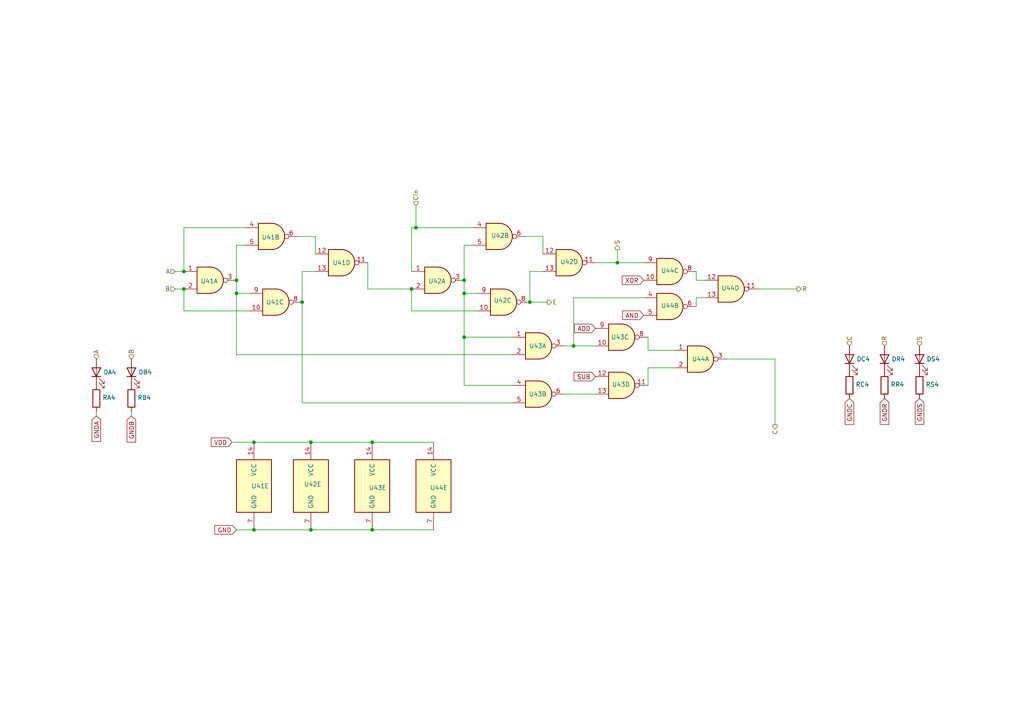
<source format=kicad_sch>
(kicad_sch (version 20250114) (generator "eeschema") (generator_version "9.0")
  (paper "A4")
  (lib_symbols
    (symbol "74xx:7400" (pin_names (offset 1.016))
      (property "Reference" "U" (at 0 1.27 0))
      (property "Value" "7400" (at 0 -1.27 0))
      (symbol "7400_1_1"
        (arc (start 0 3.81) (mid 3.7934 0) (end 0 -3.81) (stroke (width 0.254)) (fill (type background)))
        (polyline (pts (xy 0 3.81) (xy -3.81 3.81) (xy -3.81 -3.81) (xy 0 -3.81)) (stroke (width 0.254)) (fill (type background)))
        (pin input line (at -7.62 2.54 0) (length 3.81) (name "~") (number "1"))
        (pin input line (at -7.62 -2.54 0) (length 3.81) (name "~") (number "2"))
        (pin output inverted (at 7.62 0 180) (length 3.81) (name "~") (number "3"))
      )
      (symbol "7400_1_2"
        (arc (start -3.81 3.81) (mid -2.589 0) (end -3.81 -3.81) (stroke (width 0.254)))
        (polyline (pts (xy -3.81 3.81) (xy -0.635 3.81)) (stroke (width 0.254)) (fill (type background)))
        (polyline (pts (xy -3.81 -3.81) (xy -0.635 -3.81)) (stroke (width 0.254)) (fill (type background)))
        (arc (start 3.81 0) (mid 2.1855 -2.584) (end -0.6096 -3.81) (stroke (width 0.254)) (fill (type background)))
        (arc (start -0.6096 3.81) (mid 2.1928 2.5924) (end 3.81 0) (stroke (width 0.254)) (fill (type background)))
        (polyline (pts (xy -0.635 3.81) (xy -3.81 3.81) (xy -3.81 3.81) (xy -3.556 3.4036) (xy -3.0226 2.2606) (xy -2.6924 1.0414) (xy -2.6162 -0.254) (xy -2.7686 -1.4986) (xy -3.175 -2.7178) (xy -3.81 -3.81) (xy -3.81 -3.81) (xy -0.635 -3.81)) (stroke (width -25.4)) (fill (type background)))
        (pin input inverted (at -7.62 2.54 0) (length 4.318) (name "~") (number "1"))
        (pin input inverted (at -7.62 -2.54 0) (length 4.318) (name "~") (number "2"))
        (pin output line (at 7.62 0 180) (length 3.81) (name "~") (number "3"))
      )
      (symbol "7400_2_1"
        (arc (start 0 3.81) (mid 3.7934 0) (end 0 -3.81) (stroke (width 0.254)) (fill (type background)))
        (polyline (pts (xy 0 3.81) (xy -3.81 3.81) (xy -3.81 -3.81) (xy 0 -3.81)) (stroke (width 0.254)) (fill (type background)))
        (pin input line (at -7.62 2.54 0) (length 3.81) (name "~") (number "4"))
        (pin input line (at -7.62 -2.54 0) (length 3.81) (name "~") (number "5"))
        (pin output inverted (at 7.62 0 180) (length 3.81) (name "~") (number "6"))
      )
      (symbol "7400_2_2"
        (arc (start -3.81 3.81) (mid -2.589 0) (end -3.81 -3.81) (stroke (width 0.254)))
        (polyline (pts (xy -3.81 3.81) (xy -0.635 3.81)) (stroke (width 0.254)) (fill (type background)))
        (polyline (pts (xy -3.81 -3.81) (xy -0.635 -3.81)) (stroke (width 0.254)) (fill (type background)))
        (arc (start 3.81 0) (mid 2.1855 -2.584) (end -0.6096 -3.81) (stroke (width 0.254)) (fill (type background)))
        (arc (start -0.6096 3.81) (mid 2.1928 2.5924) (end 3.81 0) (stroke (width 0.254)) (fill (type background)))
        (polyline (pts (xy -0.635 3.81) (xy -3.81 3.81) (xy -3.81 3.81) (xy -3.556 3.4036) (xy -3.0226 2.2606) (xy -2.6924 1.0414) (xy -2.6162 -0.254) (xy -2.7686 -1.4986) (xy -3.175 -2.7178) (xy -3.81 -3.81) (xy -3.81 -3.81) (xy -0.635 -3.81)) (stroke (width -25.4)) (fill (type background)))
        (pin input inverted (at -7.62 2.54 0) (length 4.318) (name "~") (number "4"))
        (pin input inverted (at -7.62 -2.54 0) (length 4.318) (name "~") (number "5"))
        (pin output line (at 7.62 0 180) (length 3.81) (name "~") (number "6"))
      )
      (symbol "7400_3_1"
        (arc (start 0 3.81) (mid 3.7934 0) (end 0 -3.81) (stroke (width 0.254)) (fill (type background)))
        (polyline (pts (xy 0 3.81) (xy -3.81 3.81) (xy -3.81 -3.81) (xy 0 -3.81)) (stroke (width 0.254)) (fill (type background)))
        (pin input line (at -7.62 2.54 0) (length 3.81) (name "~") (number "9"))
        (pin input line (at -7.62 -2.54 0) (length 3.81) (name "~") (number "10"))
        (pin output inverted (at 7.62 0 180) (length 3.81) (name "~") (number "8"))
      )
      (symbol "7400_3_2"
        (arc (start -3.81 3.81) (mid -2.589 0) (end -3.81 -3.81) (stroke (width 0.254)))
        (polyline (pts (xy -3.81 3.81) (xy -0.635 3.81)) (stroke (width 0.254)) (fill (type background)))
        (polyline (pts (xy -3.81 -3.81) (xy -0.635 -3.81)) (stroke (width 0.254)) (fill (type background)))
        (arc (start 3.81 0) (mid 2.1855 -2.584) (end -0.6096 -3.81) (stroke (width 0.254)) (fill (type background)))
        (arc (start -0.6096 3.81) (mid 2.1928 2.5924) (end 3.81 0) (stroke (width 0.254)) (fill (type background)))
        (polyline (pts (xy -0.635 3.81) (xy -3.81 3.81) (xy -3.81 3.81) (xy -3.556 3.4036) (xy -3.0226 2.2606) (xy -2.6924 1.0414) (xy -2.6162 -0.254) (xy -2.7686 -1.4986) (xy -3.175 -2.7178) (xy -3.81 -3.81) (xy -3.81 -3.81) (xy -0.635 -3.81)) (stroke (width -25.4)) (fill (type background)))
        (pin input inverted (at -7.62 2.54 0) (length 4.318) (name "~") (number "9"))
        (pin input inverted (at -7.62 -2.54 0) (length 4.318) (name "~") (number "10"))
        (pin output line (at 7.62 0 180) (length 3.81) (name "~") (number "8"))
      )
      (symbol "7400_4_1"
        (arc (start 0 3.81) (mid 3.7934 0) (end 0 -3.81) (stroke (width 0.254)) (fill (type background)))
        (polyline (pts (xy 0 3.81) (xy -3.81 3.81) (xy -3.81 -3.81) (xy 0 -3.81)) (stroke (width 0.254)) (fill (type background)))
        (pin input line (at -7.62 2.54 0) (length 3.81) (name "~") (number "12"))
        (pin input line (at -7.62 -2.54 0) (length 3.81) (name "~") (number "13"))
        (pin output inverted (at 7.62 0 180) (length 3.81) (name "~") (number "11"))
      )
      (symbol "7400_4_2"
        (arc (start -3.81 3.81) (mid -2.589 0) (end -3.81 -3.81) (stroke (width 0.254)))
        (polyline (pts (xy -3.81 3.81) (xy -0.635 3.81)) (stroke (width 0.254)) (fill (type background)))
        (polyline (pts (xy -3.81 -3.81) (xy -0.635 -3.81)) (stroke (width 0.254)) (fill (type background)))
        (arc (start 3.81 0) (mid 2.1855 -2.584) (end -0.6096 -3.81) (stroke (width 0.254)) (fill (type background)))
        (arc (start -0.6096 3.81) (mid 2.1928 2.5924) (end 3.81 0) (stroke (width 0.254)) (fill (type background)))
        (polyline (pts (xy -0.635 3.81) (xy -3.81 3.81) (xy -3.81 3.81) (xy -3.556 3.4036) (xy -3.0226 2.2606) (xy -2.6924 1.0414) (xy -2.6162 -0.254) (xy -2.7686 -1.4986) (xy -3.175 -2.7178) (xy -3.81 -3.81) (xy -3.81 -3.81) (xy -0.635 -3.81)) (stroke (width -25.4)) (fill (type background)))
        (pin input inverted (at -7.62 2.54 0) (length 4.318) (name "~") (number "12"))
        (pin input inverted (at -7.62 -2.54 0) (length 4.318) (name "~") (number "13"))
        (pin output line (at 7.62 0 180) (length 3.81) (name "~") (number "11"))
      )
      (symbol "7400_5_0"
        (pin power_in line (at 0 12.7 270) (length 5.08) (name "VCC") (number "14"))
        (pin power_in line (at 0 -12.7 90) (length 5.08) (name "GND") (number "7"))
      )
      (symbol "7400_5_1"
        (rectangle (start -5.08 7.62) (end 5.08 -7.62) (stroke (width 0.254)) (fill (type background)))
      )
    )
    (symbol "Device:LED" (pin_numbers (hide yes)) (pin_names (offset 1.016) (hide yes))
      (property "Reference" "D" (at 0 2.54 0))
      (property "Value" "LED" (at 0 -2.54 0))
      (symbol "LED_0_1"
        (polyline (pts (xy -3.048 -0.762) (xy -4.572 -2.286) (xy -3.81 -2.286) (xy -4.572 -2.286) (xy -4.572 -1.524)))
        (polyline (pts (xy -1.778 -0.762) (xy -3.302 -2.286) (xy -2.54 -2.286) (xy -3.302 -2.286) (xy -3.302 -1.524)))
        (polyline (pts (xy -1.27 0) (xy 1.27 0)))
        (polyline (pts (xy -1.27 -1.27) (xy -1.27 1.27)) (stroke (width 0.254)))
        (polyline (pts (xy 1.27 -1.27) (xy 1.27 1.27) (xy -1.27 0) (xy 1.27 -1.27)) (stroke (width 0.254)))
      )
      (symbol "LED_1_1"
        (pin passive line (at -3.81 0 0) (length 2.54) (name "K") (number "1"))
        (pin passive line (at 3.81 0 180) (length 2.54) (name "A") (number "2"))
      )
    )
    (symbol "Device:R" (pin_numbers (hide yes)) (pin_names (offset 0))
      (property "Reference" "R" (at 2.032 0 90))
      (property "Value" "R" (at 0 0 90))
      (symbol "R_0_1"
        (rectangle (start -1.016 -2.54) (end 1.016 2.54) (stroke (width 0.254)))
      )
      (symbol "R_1_1"
        (pin passive line (at 0 3.81 270) (length 1.27) (name "~") (number "1"))
        (pin passive line (at 0 -3.81 90) (length 1.27) (name "~") (number "2"))
      )
    )
  )
  (junction (at 53.34 78.74))
  (junction (at 119.38 83.82))
  (junction (at 134.62 81.28))
  (junction (at 134.62 97.79))
  (junction (at 134.62 85.09))
  (junction (at 73.66 153.67))
  (junction (at 153.67 87.63))
  (junction (at 90.17 128.27))
  (junction (at 53.34 83.82))
  (junction (at 107.95 128.27))
  (junction (at 68.58 81.28))
  (junction (at 107.95 153.67))
  (junction (at 73.66 128.27))
  (junction (at 87.63 87.63))
  (junction (at 166.37 100.33))
  (junction (at 120.65 66.04))
  (junction (at 179.07 76.2))
  (junction (at 90.17 153.67))
  (junction (at 68.58 85.09))
  (wire (pts (xy 152.4 68.58) (xy 157.48 68.58)))
  (wire (pts (xy 172.72 76.2) (xy 179.07 76.2)))
  (wire (pts (xy 187.96 111.76) (xy 187.96 106.68)))
  (wire (pts (xy 119.38 66.04) (xy 119.38 78.74)))
  (wire (pts (xy 120.65 66.04) (xy 137.16 66.04)))
  (wire (pts (xy 68.58 102.87) (xy 148.59 102.87)))
  (wire (pts (xy 87.63 87.63) (xy 87.63 78.74)))
  (wire (pts (xy 68.58 153.67) (xy 73.66 153.67)))
  (wire (pts (xy 153.67 78.74) (xy 157.48 78.74)))
  (wire (pts (xy 125.73 153.67) (xy 107.95 153.67)))
  (wire (pts (xy 187.96 97.79) (xy 187.96 101.6)))
  (wire (pts (xy 134.62 81.28) (xy 134.62 85.09)))
  (wire (pts (xy 134.62 97.79) (xy 134.62 85.09)))
  (wire (pts (xy 53.34 83.82) (xy 53.34 90.17)))
  (wire (pts (xy 224.79 123.19) (xy 224.79 104.14)))
  (wire (pts (xy 68.58 81.28) (xy 68.58 85.09)))
  (wire (pts (xy 166.37 86.36) (xy 166.37 100.33)))
  (wire (pts (xy 106.68 83.82) (xy 119.38 83.82)))
  (wire (pts (xy 179.07 72.39) (xy 179.07 76.2)))
  (wire (pts (xy 87.63 87.63) (xy 87.63 116.84)))
  (wire (pts (xy 87.63 78.74) (xy 91.44 78.74)))
  (wire (pts (xy 134.62 111.76) (xy 148.59 111.76)))
  (wire (pts (xy 106.68 76.2) (xy 106.68 83.82)))
  (wire (pts (xy 187.96 101.6) (xy 195.58 101.6)))
  (wire (pts (xy 148.59 97.79) (xy 134.62 97.79)))
  (wire (pts (xy 67.31 128.27) (xy 73.66 128.27)))
  (wire (pts (xy 73.66 153.67) (xy 90.17 153.67)))
  (wire (pts (xy 107.95 128.27) (xy 125.73 128.27)))
  (wire (pts (xy 134.62 97.79) (xy 134.62 111.76)))
  (wire (pts (xy 87.63 116.84) (xy 148.59 116.84)))
  (wire (pts (xy 134.62 85.09) (xy 138.43 85.09)))
  (wire (pts (xy 120.65 59.69) (xy 120.65 66.04)))
  (wire (pts (xy 158.75 87.63) (xy 153.67 87.63)))
  (wire (pts (xy 68.58 71.12) (xy 71.12 71.12)))
  (wire (pts (xy 201.93 78.74) (xy 201.93 81.28)))
  (wire (pts (xy 231.14 83.82) (xy 219.71 83.82)))
  (wire (pts (xy 153.67 78.74) (xy 153.67 87.63)))
  (wire (pts (xy 68.58 85.09) (xy 68.58 102.87)))
  (wire (pts (xy 120.65 66.04) (xy 119.38 66.04)))
  (wire (pts (xy 91.44 68.58) (xy 91.44 73.66)))
  (wire (pts (xy 179.07 76.2) (xy 186.69 76.2)))
  (wire (pts (xy 166.37 100.33) (xy 172.72 100.33)))
  (wire (pts (xy 187.96 106.68) (xy 195.58 106.68)))
  (wire (pts (xy 163.83 100.33) (xy 166.37 100.33)))
  (wire (pts (xy 50.8 78.74) (xy 53.34 78.74)))
  (wire (pts (xy 119.38 83.82) (xy 119.38 90.17)))
  (wire (pts (xy 224.79 104.14) (xy 210.82 104.14)))
  (wire (pts (xy 201.93 88.9) (xy 201.93 86.36)))
  (wire (pts (xy 157.48 68.58) (xy 157.48 73.66)))
  (wire (pts (xy 38.1 119.38) (xy 38.1 120.65)))
  (wire (pts (xy 90.17 128.27) (xy 107.95 128.27)))
  (wire (pts (xy 53.34 66.04) (xy 71.12 66.04)))
  (wire (pts (xy 53.34 78.74) (xy 53.34 66.04)))
  (wire (pts (xy 27.94 120.65) (xy 27.94 119.38)))
  (wire (pts (xy 68.58 85.09) (xy 72.39 85.09)))
  (wire (pts (xy 73.66 128.27) (xy 90.17 128.27)))
  (wire (pts (xy 86.36 68.58) (xy 91.44 68.58)))
  (wire (pts (xy 201.93 86.36) (xy 204.47 86.36)))
  (wire (pts (xy 166.37 86.36) (xy 186.69 86.36)))
  (wire (pts (xy 119.38 90.17) (xy 138.43 90.17)))
  (wire (pts (xy 201.93 81.28) (xy 204.47 81.28)))
  (wire (pts (xy 90.17 153.67) (xy 107.95 153.67)))
  (wire (pts (xy 68.58 81.28) (xy 68.58 71.12)))
  (wire (pts (xy 53.34 90.17) (xy 72.39 90.17)))
  (wire (pts (xy 134.62 81.28) (xy 134.62 71.12)))
  (wire (pts (xy 163.83 114.3) (xy 172.72 114.3)))
  (wire (pts (xy 134.62 71.12) (xy 137.16 71.12)))
  (wire (pts (xy 50.8 83.82) (xy 53.34 83.82)))
  (global_label "GNDB" (shape input) (at 38.1 120.65 270) (property "Intersheetrefs" "${INTERSHEET_REFS}" (effects (hide yes))))
  (global_label "GNDS" (shape input) (at 266.7 115.57 270) (property "Intersheetrefs" "${INTERSHEET_REFS}" (effects (hide yes))))
  (global_label "GND" (shape input) (at 68.58 153.67 180) (property "Intersheetrefs" "${INTERSHEET_REFS}" (effects (hide yes))))
  (global_label "GNDA" (shape input) (at 27.94 120.65 270) (property "Intersheetrefs" "${INTERSHEET_REFS}" (effects (hide yes))))
  (global_label "GNDR" (shape input) (at 256.54 115.57 270) (property "Intersheetrefs" "${INTERSHEET_REFS}" (effects (hide yes))))
  (global_label "ADD" (shape input) (at 172.72 95.25 180) (property "Intersheetrefs" "${INTERSHEET_REFS}" (effects (hide yes))))
  (global_label "AND" (shape input) (at 186.69 91.44 180) (property "Intersheetrefs" "${INTERSHEET_REFS}" (effects (hide yes))))
  (global_label "XOR" (shape input) (at 186.69 81.28 180) (property "Intersheetrefs" "${INTERSHEET_REFS}" (effects (hide yes))))
  (global_label "VDD" (shape input) (at 67.31 128.27 180) (property "Intersheetrefs" "${INTERSHEET_REFS}" (effects (hide yes))))
  (global_label "SUB" (shape input) (at 172.72 109.22 180) (property "Intersheetrefs" "${INTERSHEET_REFS}" (effects (hide yes))))
  (global_label "GNDC" (shape input) (at 246.38 115.57 270) (property "Intersheetrefs" "${INTERSHEET_REFS}" (effects (hide yes))))
  (hierarchical_label "A" (shape input) (at 27.94 104.14 90))
  (hierarchical_label "S" (shape output) (at 179.07 72.39 90))
  (hierarchical_label "R" (shape output) (at 231.14 83.82 0))
  (hierarchical_label "B" (shape input) (at 38.1 104.14 90))
  (hierarchical_label "A" (shape input) (at 50.8 78.74 180))
  (hierarchical_label "E" (shape output) (at 158.75 87.63 0))
  (hierarchical_label "B" (shape input) (at 50.8 83.82 180))
  (hierarchical_label "C" (shape output) (at 224.79 123.19 270))
  (hierarchical_label "C" (shape input) (at 246.38 100.33 90))
  (hierarchical_label "S" (shape input) (at 266.7 100.33 90))
  (hierarchical_label "R" (shape input) (at 256.54 100.33 90))
  (hierarchical_label "Cin" (shape input) (at 120.65 59.69 90))
  (symbol (lib_id "74xx:7400") (at 165.1 76.2 0) (unit 4)
    (property "Reference" "U12" (at 165.1 75.946 0))
    (property "Footprint" "Package_SO:TSSOP-14_4.4x5mm_P0.65mm" (effects (hide yes)))
    (property "Datasheet" "http://www.ti.com/lit/gpn/sn7400" (effects (hide yes)))
    (property "Description" "quad 2-input NAND gate" (effects (hide yes)))
    (property "LCSC" "C5587" (effects (hide yes)))
    (instances (project "ALU" (path "" (reference "U42") (unit 4)) (path "" (reference "U62") (unit 4)) (path "" (reference "U72") (unit 4)) (path "" (reference "U32") (unit 4)) (path "" (reference "U22") (unit 4)) (path "" (reference "U02") (unit 4)) (path "" (reference "U12") (unit 4)) (path "" (reference "U52") (unit 4))))
  )
  (symbol (lib_id "74xx:7400") (at 194.31 78.74 0) (unit 3)
    (property "Reference" "U14" (at 194.31 78.486 0))
    (property "Footprint" "Package_SO:TSSOP-14_4.4x5mm_P0.65mm" (effects (hide yes)))
    (property "Datasheet" "http://www.ti.com/lit/gpn/sn7400" (effects (hide yes)))
    (property "Description" "quad 2-input NAND gate" (effects (hide yes)))
    (property "LCSC" "C5587" (effects (hide yes)))
    (instances (project "ALU" (path "" (reference "U44") (unit 3)) (path "" (reference "U64") (unit 3)) (path "" (reference "U74") (unit 3)) (path "" (reference "U34") (unit 3)) (path "" (reference "U24") (unit 3)) (path "" (reference "U04") (unit 3)) (path "" (reference "U14") (unit 3)) (path "" (reference "U54") (unit 3))))
  )
  (symbol (lib_id "Device:LED") (at 256.54 104.14 90) (unit 1)
    (property "Reference" "DR1" (at 258.572 104.14 90) (effects (justify right)))
    (property "Footprint" "LED_SMD:LED_0402_1005Metric" (effects (hide yes)))
    (property "Description" "Light emitting diode" (effects (hide yes)))
    (property "Sim.Pins" "1=K 2=A" (effects (hide yes)))
    (property "LCSC" "C22355736" (effects (hide yes)))
    (instances (project "ALU" (path "" (reference "DR4") (unit 1)) (path "" (reference "DR6") (unit 1)) (path "" (reference "DR7") (unit 1)) (path "" (reference "DR3") (unit 1)) (path "" (reference "DR2") (unit 1)) (path "" (reference "DR0") (unit 1)) (path "" (reference "DR1") (unit 1)) (path "" (reference "DR5") (unit 1))))
  )
  (symbol (lib_id "Device:LED") (at 27.94 107.95 90) (unit 1)
    (property "Reference" "DA1" (at 29.972 107.95 90) (effects (justify right)))
    (property "Footprint" "LED_SMD:LED_0402_1005Metric" (effects (hide yes)))
    (property "Description" "Light emitting diode" (effects (hide yes)))
    (property "Sim.Pins" "1=K 2=A" (effects (hide yes)))
    (property "LCSC" "C22355736" (effects (hide yes)))
    (instances (project "ALU" (path "" (reference "DA4") (unit 1)) (path "" (reference "DA6") (unit 1)) (path "" (reference "DA7") (unit 1)) (path "" (reference "DA3") (unit 1)) (path "" (reference "DA2") (unit 1)) (path "" (reference "DA0") (unit 1)) (path "" (reference "DA1") (unit 1)) (path "" (reference "DA5") (unit 1))))
  )
  (symbol (lib_id "Device:LED") (at 246.38 104.14 90) (unit 1)
    (property "Reference" "DC1" (at 248.412 104.14 90) (effects (justify right)))
    (property "Footprint" "LED_SMD:LED_0402_1005Metric" (effects (hide yes)))
    (property "Description" "Light emitting diode" (effects (hide yes)))
    (property "Sim.Pins" "1=K 2=A" (effects (hide yes)))
    (property "LCSC" "C22355736" (effects (hide yes)))
    (instances (project "ALU" (path "" (reference "DC4") (unit 1)) (path "" (reference "DC6") (unit 1)) (path "" (reference "DC7") (unit 1)) (path "" (reference "DC3") (unit 1)) (path "" (reference "DC2") (unit 1)) (path "" (reference "DC0") (unit 1)) (path "" (reference "DC1") (unit 1)) (path "" (reference "DC5") (unit 1))))
  )
  (symbol (lib_id "Device:R") (at 246.38 111.76 0) (unit 1)
    (property "Reference" "RC1" (at 248.158 111.506 0) (effects (justify left)))
    (property "Value" "330" (effects (hide yes)))
    (property "Footprint" "Resistor_SMD:R_0402_1005Metric" (effects (hide yes)))
    (property "Description" "Resistor" (effects (hide yes)))
    (property "LCSC" "C12246" (effects (hide yes)))
    (instances (project "ALU" (path "" (reference "RC4") (unit 1)) (path "" (reference "RC6") (unit 1)) (path "" (reference "RC7") (unit 1)) (path "" (reference "RC3") (unit 1)) (path "" (reference "RC2") (unit 1)) (path "" (reference "RC0") (unit 1)) (path "" (reference "RC1") (unit 1)) (path "" (reference "RC5") (unit 1))))
  )
  (symbol (lib_id "Device:R") (at 38.1 115.57 0) (unit 1)
    (property "Reference" "RB1" (at 39.878 115.316 0) (effects (justify left)))
    (property "Value" "330" (effects (hide yes)))
    (property "Footprint" "Resistor_SMD:R_0402_1005Metric" (effects (hide yes)))
    (property "Description" "Resistor" (effects (hide yes)))
    (property "LCSC" "C12246" (effects (hide yes)))
    (instances (project "ALU" (path "" (reference "RB4") (unit 1)) (path "" (reference "RB6") (unit 1)) (path "" (reference "RB7") (unit 1)) (path "" (reference "RB3") (unit 1)) (path "" (reference "RB2") (unit 1)) (path "" (reference "RB0") (unit 1)) (path "" (reference "RB1") (unit 1)) (path "" (reference "RB5") (unit 1))))
  )
  (symbol (lib_id "Device:LED") (at 266.7 104.14 90) (unit 1)
    (property "Reference" "DS1" (at 268.732 104.14 90) (effects (justify right)))
    (property "Footprint" "LED_SMD:LED_0402_1005Metric" (effects (hide yes)))
    (property "Description" "Light emitting diode" (effects (hide yes)))
    (property "Sim.Pins" "1=K 2=A" (effects (hide yes)))
    (property "LCSC" "C22355736" (effects (hide yes)))
    (instances (project "ALU" (path "" (reference "DS4") (unit 1)) (path "" (reference "DS6") (unit 1)) (path "" (reference "DS7") (unit 1)) (path "" (reference "DS3") (unit 1)) (path "" (reference "DS2") (unit 1)) (path "" (reference "DS0") (unit 1)) (path "" (reference "DS1") (unit 1)) (path "" (reference "DS5") (unit 1))))
  )
  (symbol (lib_id "74xx:7400") (at 203.2 104.14 0) (unit 1)
    (property "Reference" "U14" (at 203.2 104.14 0))
    (property "Footprint" "Package_SO:TSSOP-14_4.4x5mm_P0.65mm" (effects (hide yes)))
    (property "Datasheet" "http://www.ti.com/lit/gpn/sn7400" (effects (hide yes)))
    (property "Description" "quad 2-input NAND gate" (effects (hide yes)))
    (property "LCSC" "C5587" (effects (hide yes)))
    (instances (project "ALU" (path "" (reference "U44") (unit 1)) (path "" (reference "U64") (unit 1)) (path "" (reference "U74") (unit 1)) (path "" (reference "U34") (unit 1)) (path "" (reference "U24") (unit 1)) (path "" (reference "U04") (unit 1)) (path "" (reference "U14") (unit 1)) (path "" (reference "U54") (unit 1))))
  )
  (symbol (lib_id "Device:LED") (at 38.1 107.95 90) (unit 1)
    (property "Reference" "DB1" (at 40.132 107.95 90) (effects (justify right)))
    (property "Footprint" "LED_SMD:LED_0402_1005Metric" (effects (hide yes)))
    (property "Description" "Light emitting diode" (effects (hide yes)))
    (property "Sim.Pins" "1=K 2=A" (effects (hide yes)))
    (property "LCSC" "C22355736" (effects (hide yes)))
    (instances (project "ALU" (path "" (reference "DB4") (unit 1)) (path "" (reference "DB6") (unit 1)) (path "" (reference "DB7") (unit 1)) (path "" (reference "DB3") (unit 1)) (path "" (reference "DB2") (unit 1)) (path "" (reference "DB0") (unit 1)) (path "" (reference "DB1") (unit 1)) (path "" (reference "DB5") (unit 1))))
  )
  (symbol (lib_id "74xx:7400") (at 212.09 83.82 0) (unit 4)
    (property "Reference" "U14" (at 211.836 83.566 0))
    (property "Footprint" "Package_SO:TSSOP-14_4.4x5mm_P0.65mm" (effects (hide yes)))
    (property "Datasheet" "http://www.ti.com/lit/gpn/sn7400" (effects (hide yes)))
    (property "Description" "quad 2-input NAND gate" (effects (hide yes)))
    (property "LCSC" "C5587" (effects (hide yes)))
    (instances (project "ALU" (path "" (reference "U44") (unit 4)) (path "" (reference "U64") (unit 4)) (path "" (reference "U74") (unit 4)) (path "" (reference "U34") (unit 4)) (path "" (reference "U24") (unit 4)) (path "" (reference "U04") (unit 4)) (path "" (reference "U14") (unit 4)) (path "" (reference "U54") (unit 4))))
  )
  (symbol (lib_id "74xx:7400") (at 127 81.28 0) (unit 1)
    (property "Reference" "U12" (at 126.746 81.534 0))
    (property "Footprint" "Package_SO:TSSOP-14_4.4x5mm_P0.65mm" (effects (hide yes)))
    (property "Datasheet" "http://www.ti.com/lit/gpn/sn7400" (effects (hide yes)))
    (property "Description" "quad 2-input NAND gate" (effects (hide yes)))
    (property "LCSC" "C5587" (effects (hide yes)))
    (instances (project "ALU" (path "" (reference "U42") (unit 1)) (path "" (reference "U62") (unit 1)) (path "" (reference "U72") (unit 1)) (path "" (reference "U32") (unit 1)) (path "" (reference "U22") (unit 1)) (path "" (reference "U02") (unit 1)) (path "" (reference "U12") (unit 1)) (path "" (reference "U52") (unit 1))))
  )
  (symbol (lib_id "Device:R") (at 256.54 111.76 0) (unit 1)
    (property "Reference" "RR1" (at 258.318 111.506 0) (effects (justify left)))
    (property "Value" "330" (effects (hide yes)))
    (property "Footprint" "Resistor_SMD:R_0402_1005Metric" (effects (hide yes)))
    (property "Description" "Resistor" (effects (hide yes)))
    (property "LCSC" "C12246" (effects (hide yes)))
    (instances (project "ALU" (path "" (reference "RR4") (unit 1)) (path "" (reference "RR6") (unit 1)) (path "" (reference "RR7") (unit 1)) (path "" (reference "RR3") (unit 1)) (path "" (reference "RR2") (unit 1)) (path "" (reference "RR0") (unit 1)) (path "" (reference "RR1") (unit 1)) (path "" (reference "RR5") (unit 1))))
  )
  (symbol (lib_id "Device:R") (at 266.7 111.76 0) (unit 1)
    (property "Reference" "RS1" (at 268.478 111.506 0) (effects (justify left)))
    (property "Value" "330" (effects (hide yes)))
    (property "Footprint" "Resistor_SMD:R_0402_1005Metric" (effects (hide yes)))
    (property "Description" "Resistor" (effects (hide yes)))
    (property "LCSC" "C12246" (effects (hide yes)))
    (instances (project "ALU" (path "" (reference "RS4") (unit 1)) (path "" (reference "RS6") (unit 1)) (path "" (reference "RS7") (unit 1)) (path "" (reference "RS3") (unit 1)) (path "" (reference "RS2") (unit 1)) (path "" (reference "RS0") (unit 1)) (path "" (reference "RS1") (unit 1)) (path "" (reference "RS5") (unit 1))))
  )
  (symbol (lib_id "Device:R") (at 27.94 115.57 0) (unit 1)
    (property "Reference" "RA1" (at 29.718 115.316 0) (effects (justify left)))
    (property "Value" "330" (effects (hide yes)))
    (property "Footprint" "Resistor_SMD:R_0402_1005Metric" (effects (hide yes)))
    (property "Description" "Resistor" (effects (hide yes)))
    (property "LCSC" "C12246" (effects (hide yes)))
    (instances (project "ALU" (path "" (reference "RA4") (unit 1)) (path "" (reference "RA6") (unit 1)) (path "" (reference "RA7") (unit 1)) (path "" (reference "RA3") (unit 1)) (path "" (reference "RA2") (unit 1)) (path "" (reference "RA0") (unit 1)) (path "" (reference "RA1") (unit 1)) (path "" (reference "RA5") (unit 1))))
  )
  (symbol (lib_id "74xx:7400") (at 144.78 68.58 0) (unit 2)
    (property "Reference" "U12" (at 145.034 68.326 0))
    (property "Footprint" "Package_SO:TSSOP-14_4.4x5mm_P0.65mm" (effects (hide yes)))
    (property "Datasheet" "http://www.ti.com/lit/gpn/sn7400" (effects (hide yes)))
    (property "Description" "quad 2-input NAND gate" (effects (hide yes)))
    (property "LCSC" "C5587" (effects (hide yes)))
    (instances (project "ALU" (path "" (reference "U42") (unit 2)) (path "" (reference "U62") (unit 2)) (path "" (reference "U72") (unit 2)) (path "" (reference "U32") (unit 2)) (path "" (reference "U22") (unit 2)) (path "" (reference "U02") (unit 2)) (path "" (reference "U12") (unit 2)) (path "" (reference "U52") (unit 2))))
  )
  (symbol (lib_id "74xx:7400") (at 180.34 97.79 0) (unit 3)
    (property "Reference" "U13" (at 179.832 97.79 0))
    (property "Footprint" "Package_SO:TSSOP-14_4.4x5mm_P0.65mm" (effects (hide yes)))
    (property "Datasheet" "http://www.ti.com/lit/gpn/sn7400" (effects (hide yes)))
    (property "Description" "quad 2-input NAND gate" (effects (hide yes)))
    (property "LCSC" "C5587" (effects (hide yes)))
    (instances (project "ALU" (path "" (reference "U43") (unit 3)) (path "" (reference "U63") (unit 3)) (path "" (reference "U73") (unit 3)) (path "" (reference "U33") (unit 3)) (path "" (reference "U23") (unit 3)) (path "" (reference "U03") (unit 3)) (path "" (reference "U13") (unit 3)) (path "" (reference "U53") (unit 3))))
  )
  (symbol (lib_id "74xx:7400") (at 60.96 81.28 0) (unit 1)
    (property "Reference" "U11" (at 60.706 81.534 0))
    (property "Footprint" "Package_SO:TSSOP-14_4.4x5mm_P0.65mm" (effects (hide yes)))
    (property "Datasheet" "http://www.ti.com/lit/gpn/sn7400" (effects (hide yes)))
    (property "Description" "quad 2-input NAND gate" (effects (hide yes)))
    (property "LCSC" "C5587" (effects (hide yes)))
    (instances (project "ALU" (path "" (reference "U41") (unit 1)) (path "" (reference "U61") (unit 1)) (path "" (reference "U71") (unit 1)) (path "" (reference "U31") (unit 1)) (path "" (reference "U21") (unit 1)) (path "" (reference "U01") (unit 1)) (path "" (reference "U11") (unit 1)) (path "" (reference "U51") (unit 1))))
  )
  (symbol (lib_id "74xx:7400") (at 90.17 140.97 0) (unit 5)
    (property "Reference" "U12" (at 88.138 140.462 0) (effects (justify left)))
    (property "Footprint" "Package_SO:TSSOP-14_4.4x5mm_P0.65mm" (effects (hide yes)))
    (property "Datasheet" "http://www.ti.com/lit/gpn/sn7400" (effects (hide yes)))
    (property "Description" "quad 2-input NAND gate" (effects (hide yes)))
    (property "LCSC" "C5587" (effects (hide yes)))
    (instances (project "ALU" (path "" (reference "U42") (unit 5)) (path "" (reference "U62") (unit 5)) (path "" (reference "U72") (unit 5)) (path "" (reference "U32") (unit 5)) (path "" (reference "U22") (unit 5)) (path "" (reference "U02") (unit 5)) (path "" (reference "U12") (unit 5)) (path "" (reference "U52") (unit 5))))
  )
  (symbol (lib_id "74xx:7400") (at 80.01 87.63 0) (unit 3)
    (property "Reference" "U11" (at 79.756 87.63 0))
    (property "Footprint" "Package_SO:TSSOP-14_4.4x5mm_P0.65mm" (effects (hide yes)))
    (property "Datasheet" "http://www.ti.com/lit/gpn/sn7400" (effects (hide yes)))
    (property "Description" "quad 2-input NAND gate" (effects (hide yes)))
    (property "LCSC" "C5587" (effects (hide yes)))
    (instances (project "ALU" (path "" (reference "U41") (unit 3)) (path "" (reference "U61") (unit 3)) (path "" (reference "U71") (unit 3)) (path "" (reference "U31") (unit 3)) (path "" (reference "U21") (unit 3)) (path "" (reference "U01") (unit 3)) (path "" (reference "U11") (unit 3)) (path "" (reference "U51") (unit 3))))
  )
  (symbol (lib_id "74xx:7400") (at 78.74 68.58 0) (unit 2)
    (property "Reference" "U11" (at 78.486 68.834 0))
    (property "Footprint" "Package_SO:TSSOP-14_4.4x5mm_P0.65mm" (effects (hide yes)))
    (property "Datasheet" "http://www.ti.com/lit/gpn/sn7400" (effects (hide yes)))
    (property "Description" "quad 2-input NAND gate" (effects (hide yes)))
    (property "LCSC" "C5587" (effects (hide yes)))
    (instances (project "ALU" (path "" (reference "U41") (unit 2)) (path "" (reference "U61") (unit 2)) (path "" (reference "U71") (unit 2)) (path "" (reference "U31") (unit 2)) (path "" (reference "U21") (unit 2)) (path "" (reference "U01") (unit 2)) (path "" (reference "U11") (unit 2)) (path "" (reference "U51") (unit 2))))
  )
  (symbol (lib_id "74xx:7400") (at 180.34 111.76 0) (unit 4)
    (property "Reference" "U13" (at 180.086 111.506 0))
    (property "Footprint" "Package_SO:TSSOP-14_4.4x5mm_P0.65mm" (effects (hide yes)))
    (property "Datasheet" "http://www.ti.com/lit/gpn/sn7400" (effects (hide yes)))
    (property "Description" "quad 2-input NAND gate" (effects (hide yes)))
    (property "LCSC" "C5587" (effects (hide yes)))
    (instances (project "ALU" (path "" (reference "U43") (unit 4)) (path "" (reference "U63") (unit 4)) (path "" (reference "U73") (unit 4)) (path "" (reference "U33") (unit 4)) (path "" (reference "U23") (unit 4)) (path "" (reference "U03") (unit 4)) (path "" (reference "U13") (unit 4)) (path "" (reference "U53") (unit 4))))
  )
  (symbol (lib_id "74xx:7400") (at 156.21 100.33 0) (unit 1)
    (property "Reference" "U13" (at 155.956 100.33 0))
    (property "Footprint" "Package_SO:TSSOP-14_4.4x5mm_P0.65mm" (effects (hide yes)))
    (property "Datasheet" "http://www.ti.com/lit/gpn/sn7400" (effects (hide yes)))
    (property "Description" "quad 2-input NAND gate" (effects (hide yes)))
    (property "LCSC" "C5587" (effects (hide yes)))
    (instances (project "ALU" (path "" (reference "U43") (unit 1)) (path "" (reference "U63") (unit 1)) (path "" (reference "U73") (unit 1)) (path "" (reference "U33") (unit 1)) (path "" (reference "U23") (unit 1)) (path "" (reference "U03") (unit 1)) (path "" (reference "U13") (unit 1)) (path "" (reference "U53") (unit 1))))
  )
  (symbol (lib_id "74xx:7400") (at 125.73 140.97 0) (unit 5)
    (property "Reference" "U14" (at 124.714 141.478 0) (effects (justify left)))
    (property "Footprint" "Package_SO:TSSOP-14_4.4x5mm_P0.65mm" (effects (hide yes)))
    (property "Datasheet" "http://www.ti.com/lit/gpn/sn7400" (effects (hide yes)))
    (property "Description" "quad 2-input NAND gate" (effects (hide yes)))
    (property "LCSC" "C5587" (effects (hide yes)))
    (instances (project "ALU" (path "" (reference "U44") (unit 5)) (path "" (reference "U64") (unit 5)) (path "" (reference "U74") (unit 5)) (path "" (reference "U34") (unit 5)) (path "" (reference "U24") (unit 5)) (path "" (reference "U04") (unit 5)) (path "" (reference "U14") (unit 5)) (path "" (reference "U54") (unit 5))))
  )
  (symbol (lib_id "74xx:7400") (at 107.95 140.97 0) (unit 5)
    (property "Reference" "U13" (at 106.934 141.478 0) (effects (justify left)))
    (property "Footprint" "Package_SO:TSSOP-14_4.4x5mm_P0.65mm" (effects (hide yes)))
    (property "Datasheet" "http://www.ti.com/lit/gpn/sn7400" (effects (hide yes)))
    (property "Description" "quad 2-input NAND gate" (effects (hide yes)))
    (property "LCSC" "C5587" (effects (hide yes)))
    (instances (project "ALU" (path "" (reference "U43") (unit 5)) (path "" (reference "U63") (unit 5)) (path "" (reference "U73") (unit 5)) (path "" (reference "U33") (unit 5)) (path "" (reference "U23") (unit 5)) (path "" (reference "U03") (unit 5)) (path "" (reference "U13") (unit 5)) (path "" (reference "U53") (unit 5))))
  )
  (symbol (lib_id "74xx:7400") (at 99.06 76.2 0) (unit 4)
    (property "Reference" "U11" (at 99.06 76.2 0))
    (property "Footprint" "Package_SO:TSSOP-14_4.4x5mm_P0.65mm" (effects (hide yes)))
    (property "Datasheet" "http://www.ti.com/lit/gpn/sn7400" (effects (hide yes)))
    (property "Description" "quad 2-input NAND gate" (effects (hide yes)))
    (property "LCSC" "C5587" (effects (hide yes)))
    (instances (project "ALU" (path "" (reference "U41") (unit 4)) (path "" (reference "U61") (unit 4)) (path "" (reference "U71") (unit 4)) (path "" (reference "U31") (unit 4)) (path "" (reference "U21") (unit 4)) (path "" (reference "U01") (unit 4)) (path "" (reference "U11") (unit 4)) (path "" (reference "U51") (unit 4))))
  )
  (symbol (lib_id "74xx:7400") (at 146.05 87.63 0) (unit 3)
    (property "Reference" "U12" (at 145.796 87.122 0))
    (property "Footprint" "Package_SO:TSSOP-14_4.4x5mm_P0.65mm" (effects (hide yes)))
    (property "Datasheet" "http://www.ti.com/lit/gpn/sn7400" (effects (hide yes)))
    (property "Description" "quad 2-input NAND gate" (effects (hide yes)))
    (property "LCSC" "C5587" (effects (hide yes)))
    (instances (project "ALU" (path "" (reference "U42") (unit 3)) (path "" (reference "U62") (unit 3)) (path "" (reference "U72") (unit 3)) (path "" (reference "U32") (unit 3)) (path "" (reference "U22") (unit 3)) (path "" (reference "U02") (unit 3)) (path "" (reference "U12") (unit 3)) (path "" (reference "U52") (unit 3))))
  )
  (symbol (lib_id "74xx:7400") (at 73.66 140.97 0) (unit 5)
    (property "Reference" "U11" (at 72.898 140.97 0) (effects (justify left)))
    (property "Footprint" "Package_SO:TSSOP-14_4.4x5mm_P0.65mm" (effects (hide yes)))
    (property "Datasheet" "http://www.ti.com/lit/gpn/sn7400" (effects (hide yes)))
    (property "Description" "quad 2-input NAND gate" (effects (hide yes)))
    (property "LCSC" "C5587" (effects (hide yes)))
    (instances (project "ALU" (path "" (reference "U41") (unit 5)) (path "" (reference "U61") (unit 5)) (path "" (reference "U71") (unit 5)) (path "" (reference "U31") (unit 5)) (path "" (reference "U21") (unit 5)) (path "" (reference "U01") (unit 5)) (path "" (reference "U11") (unit 5)) (path "" (reference "U51") (unit 5))))
  )
  (symbol (lib_id "74xx:7400") (at 156.21 114.3 0) (unit 2)
    (property "Reference" "U13" (at 155.956 114.3 0))
    (property "Footprint" "Package_SO:TSSOP-14_4.4x5mm_P0.65mm" (effects (hide yes)))
    (property "Datasheet" "http://www.ti.com/lit/gpn/sn7400" (effects (hide yes)))
    (property "Description" "quad 2-input NAND gate" (effects (hide yes)))
    (property "LCSC" "C5587" (effects (hide yes)))
    (instances (project "ALU" (path "" (reference "U43") (unit 2)) (path "" (reference "U63") (unit 2)) (path "" (reference "U73") (unit 2)) (path "" (reference "U33") (unit 2)) (path "" (reference "U23") (unit 2)) (path "" (reference "U03") (unit 2)) (path "" (reference "U13") (unit 2)) (path "" (reference "U53") (unit 2))))
  )
  (symbol (lib_id "74xx:7400") (at 194.31 88.9 0) (unit 2)
    (property "Reference" "U14" (at 194.31 88.646 0))
    (property "Footprint" "Package_SO:TSSOP-14_4.4x5mm_P0.65mm" (effects (hide yes)))
    (property "Datasheet" "http://www.ti.com/lit/gpn/sn7400" (effects (hide yes)))
    (property "Description" "quad 2-input NAND gate" (effects (hide yes)))
    (property "LCSC" "C5587" (effects (hide yes)))
    (instances (project "ALU" (path "" (reference "U44") (unit 2)) (path "" (reference "U64") (unit 2)) (path "" (reference "U74") (unit 2)) (path "" (reference "U34") (unit 2)) (path "" (reference "U24") (unit 2)) (path "" (reference "U04") (unit 2)) (path "" (reference "U14") (unit 2)) (path "" (reference "U54") (unit 2))))
  )
)
</source>
